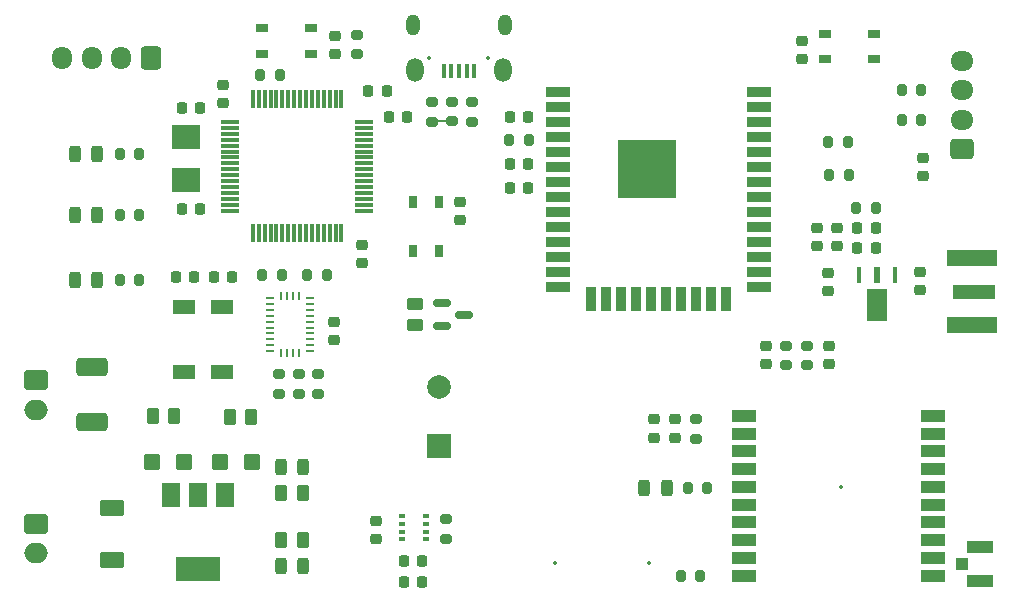
<source format=gtl>
%TF.GenerationSoftware,KiCad,Pcbnew,7.0.7*%
%TF.CreationDate,2024-05-31T17:05:06+03:00*%
%TF.ProjectId,hecatlon_raid_eye,68656361-746c-46f6-9e5f-726169645f65,rev?*%
%TF.SameCoordinates,Original*%
%TF.FileFunction,Copper,L1,Top*%
%TF.FilePolarity,Positive*%
%FSLAX46Y46*%
G04 Gerber Fmt 4.6, Leading zero omitted, Abs format (unit mm)*
G04 Created by KiCad (PCBNEW 7.0.7) date 2024-05-31 17:05:06*
%MOMM*%
%LPD*%
G01*
G04 APERTURE LIST*
G04 Aperture macros list*
%AMRoundRect*
0 Rectangle with rounded corners*
0 $1 Rounding radius*
0 $2 $3 $4 $5 $6 $7 $8 $9 X,Y pos of 4 corners*
0 Add a 4 corners polygon primitive as box body*
4,1,4,$2,$3,$4,$5,$6,$7,$8,$9,$2,$3,0*
0 Add four circle primitives for the rounded corners*
1,1,$1+$1,$2,$3*
1,1,$1+$1,$4,$5*
1,1,$1+$1,$6,$7*
1,1,$1+$1,$8,$9*
0 Add four rect primitives between the rounded corners*
20,1,$1+$1,$2,$3,$4,$5,0*
20,1,$1+$1,$4,$5,$6,$7,0*
20,1,$1+$1,$6,$7,$8,$9,0*
20,1,$1+$1,$8,$9,$2,$3,0*%
G04 Aperture macros list end*
%TA.AperFunction,SMDPad,CuDef*%
%ADD10RoundRect,0.225000X0.250000X-0.225000X0.250000X0.225000X-0.250000X0.225000X-0.250000X-0.225000X0*%
%TD*%
%TA.AperFunction,SMDPad,CuDef*%
%ADD11RoundRect,0.200000X-0.200000X-0.275000X0.200000X-0.275000X0.200000X0.275000X-0.200000X0.275000X0*%
%TD*%
%TA.AperFunction,SMDPad,CuDef*%
%ADD12R,2.400000X2.000000*%
%TD*%
%TA.AperFunction,SMDPad,CuDef*%
%ADD13RoundRect,0.225000X-0.225000X-0.250000X0.225000X-0.250000X0.225000X0.250000X-0.225000X0.250000X0*%
%TD*%
%TA.AperFunction,SMDPad,CuDef*%
%ADD14RoundRect,0.225000X0.225000X0.250000X-0.225000X0.250000X-0.225000X-0.250000X0.225000X-0.250000X0*%
%TD*%
%TA.AperFunction,SMDPad,CuDef*%
%ADD15RoundRect,0.225000X-0.250000X0.225000X-0.250000X-0.225000X0.250000X-0.225000X0.250000X0.225000X0*%
%TD*%
%TA.AperFunction,SMDPad,CuDef*%
%ADD16RoundRect,0.200000X0.200000X0.275000X-0.200000X0.275000X-0.200000X-0.275000X0.200000X-0.275000X0*%
%TD*%
%TA.AperFunction,SMDPad,CuDef*%
%ADD17RoundRect,0.243750X-0.243750X-0.456250X0.243750X-0.456250X0.243750X0.456250X-0.243750X0.456250X0*%
%TD*%
%TA.AperFunction,SMDPad,CuDef*%
%ADD18RoundRect,0.200000X0.275000X-0.200000X0.275000X0.200000X-0.275000X0.200000X-0.275000X-0.200000X0*%
%TD*%
%TA.AperFunction,SMDPad,CuDef*%
%ADD19RoundRect,0.075000X-0.700000X-0.075000X0.700000X-0.075000X0.700000X0.075000X-0.700000X0.075000X0*%
%TD*%
%TA.AperFunction,SMDPad,CuDef*%
%ADD20RoundRect,0.075000X-0.075000X-0.700000X0.075000X-0.700000X0.075000X0.700000X-0.075000X0.700000X0*%
%TD*%
%TA.AperFunction,SMDPad,CuDef*%
%ADD21R,0.420000X1.400000*%
%TD*%
%TA.AperFunction,SMDPad,CuDef*%
%ADD22R,0.500000X1.400000*%
%TD*%
%TA.AperFunction,SMDPad,CuDef*%
%ADD23R,1.730000X2.700000*%
%TD*%
%TA.AperFunction,SMDPad,CuDef*%
%ADD24R,1.900000X1.300000*%
%TD*%
%TA.AperFunction,SMDPad,CuDef*%
%ADD25R,1.500000X2.000000*%
%TD*%
%TA.AperFunction,SMDPad,CuDef*%
%ADD26R,3.800000X2.000000*%
%TD*%
%TA.AperFunction,SMDPad,CuDef*%
%ADD27R,1.050000X0.650000*%
%TD*%
%TA.AperFunction,SMDPad,CuDef*%
%ADD28RoundRect,0.200000X-0.275000X0.200000X-0.275000X-0.200000X0.275000X-0.200000X0.275000X0.200000X0*%
%TD*%
%TA.AperFunction,SMDPad,CuDef*%
%ADD29R,3.600000X1.270000*%
%TD*%
%TA.AperFunction,SMDPad,CuDef*%
%ADD30R,4.200000X1.350000*%
%TD*%
%TA.AperFunction,SMDPad,CuDef*%
%ADD31RoundRect,0.218750X0.256250X-0.218750X0.256250X0.218750X-0.256250X0.218750X-0.256250X-0.218750X0*%
%TD*%
%TA.AperFunction,SMDPad,CuDef*%
%ADD32RoundRect,0.250000X-0.262500X-0.450000X0.262500X-0.450000X0.262500X0.450000X-0.262500X0.450000X0*%
%TD*%
%TA.AperFunction,SMDPad,CuDef*%
%ADD33R,0.675000X0.254000*%
%TD*%
%TA.AperFunction,SMDPad,CuDef*%
%ADD34R,0.254000X0.675000*%
%TD*%
%TA.AperFunction,SMDPad,CuDef*%
%ADD35RoundRect,0.250000X-0.450000X-0.425000X0.450000X-0.425000X0.450000X0.425000X-0.450000X0.425000X0*%
%TD*%
%TA.AperFunction,SMDPad,CuDef*%
%ADD36R,0.650000X1.050000*%
%TD*%
%TA.AperFunction,SMDPad,CuDef*%
%ADD37RoundRect,0.150000X-0.587500X-0.150000X0.587500X-0.150000X0.587500X0.150000X-0.587500X0.150000X0*%
%TD*%
%TA.AperFunction,SMDPad,CuDef*%
%ADD38R,2.000000X0.900000*%
%TD*%
%TA.AperFunction,SMDPad,CuDef*%
%ADD39R,0.900000X2.000000*%
%TD*%
%TA.AperFunction,SMDPad,CuDef*%
%ADD40R,5.000000X5.000000*%
%TD*%
%TA.AperFunction,SMDPad,CuDef*%
%ADD41R,2.000000X1.000000*%
%TD*%
%TA.AperFunction,ComponentPad*%
%ADD42RoundRect,0.250000X-0.750000X0.600000X-0.750000X-0.600000X0.750000X-0.600000X0.750000X0.600000X0*%
%TD*%
%TA.AperFunction,ComponentPad*%
%ADD43O,2.000000X1.700000*%
%TD*%
%TA.AperFunction,SMDPad,CuDef*%
%ADD44RoundRect,0.250000X0.450000X-0.262500X0.450000X0.262500X-0.450000X0.262500X-0.450000X-0.262500X0*%
%TD*%
%TA.AperFunction,SMDPad,CuDef*%
%ADD45R,0.450000X1.300000*%
%TD*%
%TA.AperFunction,ComponentPad*%
%ADD46O,1.150000X1.800000*%
%TD*%
%TA.AperFunction,ComponentPad*%
%ADD47O,1.450000X2.000000*%
%TD*%
%TA.AperFunction,SMDPad,CuDef*%
%ADD48RoundRect,0.249999X-1.075001X0.512501X-1.075001X-0.512501X1.075001X-0.512501X1.075001X0.512501X0*%
%TD*%
%TA.AperFunction,SMDPad,CuDef*%
%ADD49RoundRect,0.218750X-0.218750X-0.256250X0.218750X-0.256250X0.218750X0.256250X-0.218750X0.256250X0*%
%TD*%
%TA.AperFunction,SMDPad,CuDef*%
%ADD50R,1.050000X1.000000*%
%TD*%
%TA.AperFunction,SMDPad,CuDef*%
%ADD51R,2.200000X1.050000*%
%TD*%
%TA.AperFunction,ComponentPad*%
%ADD52R,2.000000X2.000000*%
%TD*%
%TA.AperFunction,ComponentPad*%
%ADD53C,2.000000*%
%TD*%
%TA.AperFunction,SMDPad,CuDef*%
%ADD54RoundRect,0.218750X0.218750X0.256250X-0.218750X0.256250X-0.218750X-0.256250X0.218750X-0.256250X0*%
%TD*%
%TA.AperFunction,ComponentPad*%
%ADD55RoundRect,0.250000X0.725000X-0.600000X0.725000X0.600000X-0.725000X0.600000X-0.725000X-0.600000X0*%
%TD*%
%TA.AperFunction,ComponentPad*%
%ADD56O,1.950000X1.700000*%
%TD*%
%TA.AperFunction,SMDPad,CuDef*%
%ADD57R,0.500000X0.350000*%
%TD*%
%TA.AperFunction,ComponentPad*%
%ADD58RoundRect,0.250000X0.600000X0.725000X-0.600000X0.725000X-0.600000X-0.725000X0.600000X-0.725000X0*%
%TD*%
%TA.AperFunction,ComponentPad*%
%ADD59O,1.700000X1.950000*%
%TD*%
%TA.AperFunction,SMDPad,CuDef*%
%ADD60RoundRect,0.250000X-0.800000X0.450000X-0.800000X-0.450000X0.800000X-0.450000X0.800000X0.450000X0*%
%TD*%
%TA.AperFunction,Conductor*%
%ADD61C,0.200000*%
%TD*%
%ADD62C,0.350000*%
%ADD63O,0.550000X1.200000*%
%ADD64O,0.850000X1.400000*%
G04 APERTURE END LIST*
D10*
%TO.P,C15,1*%
%TO.N,+3.3V*%
X199600000Y-52075000D03*
%TO.P,C15,2*%
%TO.N,GND*%
X199600000Y-50525000D03*
%TD*%
D11*
%TO.P,R6,1*%
%TO.N,GND*%
X202775000Y-49700000D03*
%TO.P,R6,2*%
%TO.N,BOOT0*%
X204425000Y-49700000D03*
%TD*%
D12*
%TO.P,Y1,1,1*%
%TO.N,OSC_IN*%
X196500000Y-54900000D03*
%TO.P,Y1,2,2*%
%TO.N,OSC_OUT*%
X196500000Y-58600000D03*
%TD*%
D11*
%TO.P,FB1,1*%
%TO.N,+3.3V*%
X223875000Y-55200000D03*
%TO.P,FB1,2*%
%TO.N,Net-(MOD1-3V3)*%
X225525000Y-55200000D03*
%TD*%
D13*
%TO.P,C11,1*%
%TO.N,+3.3V*%
X223925000Y-57200000D03*
%TO.P,C11,2*%
%TO.N,GND*%
X225475000Y-57200000D03*
%TD*%
D14*
%TO.P,C19,1*%
%TO.N,Net-(U4-XOUT32)*%
X200400000Y-66750000D03*
%TO.P,C19,2*%
%TO.N,GND*%
X198850000Y-66750000D03*
%TD*%
D11*
%TO.P,R37,1*%
%TO.N,Net-(FB3-Pad2)*%
X253250000Y-60900000D03*
%TO.P,R37,2*%
%TO.N,Net-(L2-Pad2)*%
X254900000Y-60900000D03*
%TD*%
D15*
%TO.P,C30,1*%
%TO.N,GND*%
X249900000Y-62625000D03*
%TO.P,C30,2*%
%TO.N,+3.3V*%
X249900000Y-64175000D03*
%TD*%
D16*
%TO.P,R36,1*%
%TO.N,GPS_TX*%
X240025000Y-92100000D03*
%TO.P,R36,2*%
%TO.N,+3.3V*%
X238375000Y-92100000D03*
%TD*%
%TO.P,R14,1*%
%TO.N,+3.3V*%
X252600000Y-58100000D03*
%TO.P,R14,2*%
%TO.N,I2C1_SDA*%
X250950000Y-58100000D03*
%TD*%
D17*
%TO.P,D6,1,K*%
%TO.N,GND*%
X204552500Y-82900000D03*
%TO.P,D6,2,A*%
%TO.N,Net-(D6-A)*%
X206427500Y-82900000D03*
%TD*%
D18*
%TO.P,R25,1*%
%TO.N,GND*%
X207637500Y-76675000D03*
%TO.P,R25,2*%
%TO.N,Net-(U4-PS0)*%
X207637500Y-75025000D03*
%TD*%
D17*
%TO.P,D4,1,K*%
%TO.N,GND*%
X187062500Y-67025000D03*
%TO.P,D4,2,A*%
%TO.N,Net-(D4-A)*%
X188937500Y-67025000D03*
%TD*%
D11*
%TO.P,R5,1*%
%TO.N,Net-(MOD1-RXD0)*%
X257075000Y-50950000D03*
%TO.P,R5,2*%
%TO.N,/UART_TXD0*%
X258725000Y-50950000D03*
%TD*%
D19*
%TO.P,U7,1,VBAT*%
%TO.N,+3.3V*%
X200225000Y-53650000D03*
%TO.P,U7,2,PC13*%
%TO.N,unconnected-(U7-PC13-Pad2)*%
X200225000Y-54150000D03*
%TO.P,U7,3,PC14*%
%TO.N,unconnected-(U7-PC14-Pad3)*%
X200225000Y-54650000D03*
%TO.P,U7,4,PC15*%
%TO.N,unconnected-(U7-PC15-Pad4)*%
X200225000Y-55150000D03*
%TO.P,U7,5,PH0*%
%TO.N,OSC_IN*%
X200225000Y-55650000D03*
%TO.P,U7,6,PH1*%
%TO.N,OSC_OUT*%
X200225000Y-56150000D03*
%TO.P,U7,7,NRST*%
%TO.N,NRST*%
X200225000Y-56650000D03*
%TO.P,U7,8,PC0*%
%TO.N,unconnected-(U7-PC0-Pad8)*%
X200225000Y-57150000D03*
%TO.P,U7,9,PC1*%
%TO.N,unconnected-(U7-PC1-Pad9)*%
X200225000Y-57650000D03*
%TO.P,U7,10,PC2*%
%TO.N,unconnected-(U7-PC2-Pad10)*%
X200225000Y-58150000D03*
%TO.P,U7,11,PC3*%
%TO.N,unconnected-(U7-PC3-Pad11)*%
X200225000Y-58650000D03*
%TO.P,U7,12,VSSA*%
%TO.N,GND*%
X200225000Y-59150000D03*
%TO.P,U7,13,VDDA*%
%TO.N,+3.3V*%
X200225000Y-59650000D03*
%TO.P,U7,14,PA0*%
%TO.N,LED1*%
X200225000Y-60150000D03*
%TO.P,U7,15,PA1*%
%TO.N,LED2*%
X200225000Y-60650000D03*
%TO.P,U7,16,PA2*%
%TO.N,LED3*%
X200225000Y-61150000D03*
D20*
%TO.P,U7,17,PA3*%
%TO.N,unconnected-(U7-PA3-Pad17)*%
X202150000Y-63075000D03*
%TO.P,U7,18,VSS*%
%TO.N,GND*%
X202650000Y-63075000D03*
%TO.P,U7,19,VDD*%
%TO.N,+3.3V*%
X203150000Y-63075000D03*
%TO.P,U7,20,PA4*%
%TO.N,unconnected-(U7-PA4-Pad20)*%
X203650000Y-63075000D03*
%TO.P,U7,21,PA5*%
%TO.N,unconnected-(U7-PA5-Pad21)*%
X204150000Y-63075000D03*
%TO.P,U7,22,PA6*%
%TO.N,unconnected-(U7-PA6-Pad22)*%
X204650000Y-63075000D03*
%TO.P,U7,23,PA7*%
%TO.N,unconnected-(U7-PA7-Pad23)*%
X205150000Y-63075000D03*
%TO.P,U7,24,PC4*%
%TO.N,unconnected-(U7-PC4-Pad24)*%
X205650000Y-63075000D03*
%TO.P,U7,25,PC5*%
%TO.N,unconnected-(U7-PC5-Pad25)*%
X206150000Y-63075000D03*
%TO.P,U7,26,PB0*%
%TO.N,unconnected-(U7-PB0-Pad26)*%
X206650000Y-63075000D03*
%TO.P,U7,27,PB1*%
%TO.N,unconnected-(U7-PB1-Pad27)*%
X207150000Y-63075000D03*
%TO.P,U7,28,PB2*%
%TO.N,unconnected-(U7-PB2-Pad28)*%
X207650000Y-63075000D03*
%TO.P,U7,29,PB10*%
%TO.N,I2C2_SCL*%
X208150000Y-63075000D03*
%TO.P,U7,30,VCAP_1*%
%TO.N,unconnected-(U7-VCAP_1-Pad30)*%
X208650000Y-63075000D03*
%TO.P,U7,31,VSS*%
%TO.N,GND*%
X209150000Y-63075000D03*
%TO.P,U7,32,VDD*%
%TO.N,+3.3V*%
X209650000Y-63075000D03*
D19*
%TO.P,U7,33,PB12*%
%TO.N,unconnected-(U7-PB12-Pad33)*%
X211575000Y-61150000D03*
%TO.P,U7,34,PB13*%
%TO.N,unconnected-(U7-PB13-Pad34)*%
X211575000Y-60650000D03*
%TO.P,U7,35,PB14*%
%TO.N,unconnected-(U7-PB14-Pad35)*%
X211575000Y-60150000D03*
%TO.P,U7,36,PB15*%
%TO.N,unconnected-(U7-PB15-Pad36)*%
X211575000Y-59650000D03*
%TO.P,U7,37,PC6*%
%TO.N,unconnected-(U7-PC6-Pad37)*%
X211575000Y-59150000D03*
%TO.P,U7,38,PC7*%
%TO.N,unconnected-(U7-PC7-Pad38)*%
X211575000Y-58650000D03*
%TO.P,U7,39,PC8*%
%TO.N,unconnected-(U7-PC8-Pad39)*%
X211575000Y-58150000D03*
%TO.P,U7,40,PC9*%
%TO.N,unconnected-(U7-PC9-Pad40)*%
X211575000Y-57650000D03*
%TO.P,U7,41,PA8*%
%TO.N,GPS_PPS*%
X211575000Y-57150000D03*
%TO.P,U7,42,PA9*%
%TO.N,GPS_TX*%
X211575000Y-56650000D03*
%TO.P,U7,43,PA10*%
%TO.N,GPS_RX*%
X211575000Y-56150000D03*
%TO.P,U7,44,PA11*%
%TO.N,USB-*%
X211575000Y-55650000D03*
%TO.P,U7,45,PA12*%
%TO.N,USB+*%
X211575000Y-55150000D03*
%TO.P,U7,46,PA13*%
%TO.N,SW_DIO*%
X211575000Y-54650000D03*
%TO.P,U7,47,VSS*%
%TO.N,GND*%
X211575000Y-54150000D03*
%TO.P,U7,48,VDD*%
%TO.N,+3.3V*%
X211575000Y-53650000D03*
D20*
%TO.P,U7,49,PA14*%
%TO.N,SW_CLK*%
X209650000Y-51725000D03*
%TO.P,U7,50,PA15*%
%TO.N,unconnected-(U7-PA15-Pad50)*%
X209150000Y-51725000D03*
%TO.P,U7,51,PC10*%
%TO.N,unconnected-(U7-PC10-Pad51)*%
X208650000Y-51725000D03*
%TO.P,U7,52,PC11*%
%TO.N,unconnected-(U7-PC11-Pad52)*%
X208150000Y-51725000D03*
%TO.P,U7,53,PC12*%
%TO.N,I2C2_SDA*%
X207650000Y-51725000D03*
%TO.P,U7,54,PD2*%
%TO.N,unconnected-(U7-PD2-Pad54)*%
X207150000Y-51725000D03*
%TO.P,U7,55,PB3*%
%TO.N,unconnected-(U7-PB3-Pad55)*%
X206650000Y-51725000D03*
%TO.P,U7,56,PB4*%
%TO.N,BNO_RST*%
X206150000Y-51725000D03*
%TO.P,U7,57,PB5*%
%TO.N,BNO_INT*%
X205650000Y-51725000D03*
%TO.P,U7,58,PB6*%
%TO.N,I2C1_SCL*%
X205150000Y-51725000D03*
%TO.P,U7,59,PB7*%
%TO.N,I2C1_SDA*%
X204650000Y-51725000D03*
%TO.P,U7,60,BOOT0*%
%TO.N,BOOT0*%
X204150000Y-51725000D03*
%TO.P,U7,61,PB8*%
%TO.N,unconnected-(U7-PB8-Pad61)*%
X203650000Y-51725000D03*
%TO.P,U7,62,PB9*%
%TO.N,unconnected-(U7-PB9-Pad62)*%
X203150000Y-51725000D03*
%TO.P,U7,63,VSS*%
%TO.N,GND*%
X202650000Y-51725000D03*
%TO.P,U7,64,VDD*%
%TO.N,+3.3V*%
X202150000Y-51725000D03*
%TD*%
D13*
%TO.P,C12,1*%
%TO.N,+3.3V*%
X211925000Y-51000000D03*
%TO.P,C12,2*%
%TO.N,GND*%
X213475000Y-51000000D03*
%TD*%
D21*
%TO.P,U6,1,IN*%
%TO.N,Net-(U6-IN)*%
X256500000Y-66625000D03*
D22*
%TO.P,U6,2,GND*%
%TO.N,GND*%
X255000000Y-66625000D03*
D21*
%TO.P,U6,3,OUT*%
%TO.N,Net-(U6-OUT)*%
X253500000Y-66625000D03*
D23*
%TO.P,U6,4,GND*%
%TO.N,GND*%
X255000000Y-69125000D03*
%TD*%
D24*
%TO.P,Y2,1,1*%
%TO.N,Net-(U4-XIN32)*%
X196300000Y-69300000D03*
%TO.P,Y2,2,2*%
%TO.N,GND*%
X196300000Y-74800000D03*
%TO.P,Y2,3,3*%
X199500000Y-74800000D03*
%TO.P,Y2,4,4*%
%TO.N,Net-(U4-XOUT32)*%
X199500000Y-69300000D03*
%TD*%
D25*
%TO.P,U2,1,GND*%
%TO.N,GND*%
X199800000Y-85200000D03*
%TO.P,U2,2,VO*%
%TO.N,+3.3V*%
X197500000Y-85200000D03*
D26*
X197500000Y-91500000D03*
D25*
%TO.P,U2,3,VI*%
%TO.N,VDD*%
X195200000Y-85200000D03*
%TD*%
D10*
%TO.P,C1,1*%
%TO.N,/IO_0*%
X248675000Y-48350000D03*
%TO.P,C1,2*%
%TO.N,GND*%
X248675000Y-46800000D03*
%TD*%
D27*
%TO.P,SW2,1,1*%
%TO.N,GND*%
X202925000Y-45700000D03*
X207075000Y-45700000D03*
%TO.P,SW2,2,2*%
%TO.N,/EN*%
X202925000Y-47850000D03*
X207050000Y-47850000D03*
%TD*%
D14*
%TO.P,C9,1*%
%TO.N,Net-(MOD1-3V3)*%
X225475000Y-53200000D03*
%TO.P,C9,2*%
%TO.N,GND*%
X223925000Y-53200000D03*
%TD*%
D28*
%TO.P,R18,1*%
%TO.N,Net-(J5-D-)*%
X220700000Y-51975000D03*
%TO.P,R18,2*%
%TO.N,USB-*%
X220700000Y-53625000D03*
%TD*%
D29*
%TO.P,AE2,1,A*%
%TO.N,Net-(AE2-A)*%
X263237500Y-68000000D03*
D30*
%TO.P,AE2,2,Shield*%
%TO.N,GND*%
X263037500Y-70825000D03*
X263037500Y-65175000D03*
%TD*%
D28*
%TO.P,R15,1*%
%TO.N,+3.3V*%
X217300000Y-51975000D03*
%TO.P,R15,2*%
%TO.N,USB+*%
X217300000Y-53625000D03*
%TD*%
D31*
%TO.P,FB3,1*%
%TO.N,+3.3V*%
X251600000Y-64187500D03*
%TO.P,FB3,2*%
%TO.N,Net-(FB3-Pad2)*%
X251600000Y-62612500D03*
%TD*%
D18*
%TO.P,R27,1*%
%TO.N,GND*%
X204337500Y-76675000D03*
%TO.P,R27,2*%
%TO.N,Net-(U4-PS1)*%
X204337500Y-75025000D03*
%TD*%
D32*
%TO.P,R29,1*%
%TO.N,+3.3V*%
X204537500Y-85100000D03*
%TO.P,R29,2*%
%TO.N,Net-(D6-A)*%
X206362500Y-85100000D03*
%TD*%
D33*
%TO.P,U4,1,PIN1*%
%TO.N,unconnected-(U4-PIN1-Pad1)*%
X203637500Y-73050000D03*
D34*
%TO.P,U4,2,GND*%
%TO.N,GND*%
X204550000Y-73187500D03*
%TO.P,U4,3,VDD*%
%TO.N,+3.3V*%
X205050000Y-73187500D03*
%TO.P,U4,4,~{BOOT_LOAD_PIN}*%
X205550000Y-73187500D03*
%TO.P,U4,5,PS1*%
%TO.N,Net-(U4-PS1)*%
X206050000Y-73187500D03*
D33*
%TO.P,U4,6,PS0*%
%TO.N,Net-(U4-PS0)*%
X206962500Y-73050000D03*
%TO.P,U4,7,PIN7*%
%TO.N,unconnected-(U4-PIN7-Pad7)*%
X206962500Y-72550000D03*
%TO.P,U4,8,PIN8*%
%TO.N,unconnected-(U4-PIN8-Pad8)*%
X206962500Y-72050000D03*
%TO.P,U4,9,CAP*%
%TO.N,Net-(U4-CAP)*%
X206962500Y-71550000D03*
%TO.P,U4,10,BL_IND*%
%TO.N,GND*%
X206962500Y-71050000D03*
%TO.P,U4,11,~{RESET}*%
%TO.N,BNO_RST*%
X206962500Y-70550000D03*
%TO.P,U4,12,PIN12*%
%TO.N,unconnected-(U4-PIN12-Pad12)*%
X206962500Y-70050000D03*
%TO.P,U4,13,PIN13*%
%TO.N,unconnected-(U4-PIN13-Pad13)*%
X206962500Y-69550000D03*
%TO.P,U4,14,INT*%
%TO.N,BNO_INT*%
X206962500Y-69050000D03*
%TO.P,U4,15,GNDIO*%
%TO.N,GND*%
X206962500Y-68550000D03*
D34*
%TO.P,U4,16,GNDIO*%
X206050000Y-68412500D03*
%TO.P,U4,17,COM3*%
%TO.N,Net-(U4-COM3)*%
X205550000Y-68412500D03*
%TO.P,U4,18,COM2*%
%TO.N,GND*%
X205050000Y-68412500D03*
%TO.P,U4,19,COM1*%
%TO.N,I2C2_SCL*%
X204550000Y-68412500D03*
D33*
%TO.P,U4,20,COM0*%
%TO.N,I2C2_SDA*%
X203637500Y-68550000D03*
%TO.P,U4,21,PIN21*%
%TO.N,unconnected-(U4-PIN21-Pad21)*%
X203637500Y-69050000D03*
%TO.P,U4,22,PIN22*%
%TO.N,unconnected-(U4-PIN22-Pad22)*%
X203637500Y-69550000D03*
%TO.P,U4,23,PIN23*%
%TO.N,unconnected-(U4-PIN23-Pad23)*%
X203637500Y-70050000D03*
%TO.P,U4,24,PIN24*%
%TO.N,unconnected-(U4-PIN24-Pad24)*%
X203637500Y-70550000D03*
%TO.P,U4,25,GNDIO*%
%TO.N,GND*%
X203637500Y-71050000D03*
%TO.P,U4,26,XOUT32*%
%TO.N,Net-(U4-XOUT32)*%
X203637500Y-71550000D03*
%TO.P,U4,27,XIN32*%
%TO.N,Net-(U4-XIN32)*%
X203637500Y-72050000D03*
%TO.P,U4,28,VDDIO*%
%TO.N,+3.3V*%
X203637500Y-72550000D03*
%TD*%
D35*
%TO.P,C20,1*%
%TO.N,VDD*%
X193650000Y-82400000D03*
%TO.P,C20,2*%
%TO.N,GND*%
X196350000Y-82400000D03*
%TD*%
D32*
%TO.P,R24,1*%
%TO.N,BAT_LEVEL*%
X200187500Y-78650000D03*
%TO.P,R24,2*%
%TO.N,GND*%
X202012500Y-78650000D03*
%TD*%
D36*
%TO.P,B1,1,2*%
%TO.N,NRST*%
X217875000Y-60425000D03*
X217875000Y-64575000D03*
%TO.P,B1,2,K*%
%TO.N,GND*%
X215725000Y-60425000D03*
X215725000Y-64550000D03*
%TD*%
D37*
%TO.P,Q1,1,B*%
%TO.N,Net-(Q1-B)*%
X218175000Y-69000000D03*
%TO.P,Q1,2,E*%
%TO.N,GND*%
X218175000Y-70900000D03*
%TO.P,Q1,3,C*%
%TO.N,Net-(BZ1-+)*%
X220050000Y-69950000D03*
%TD*%
D17*
%TO.P,D3,1,K*%
%TO.N,GND*%
X187062500Y-61485000D03*
%TO.P,D3,2,A*%
%TO.N,Net-(D3-A)*%
X188937500Y-61485000D03*
%TD*%
D38*
%TO.P,MOD1,1,GND*%
%TO.N,GND*%
X228015000Y-51130000D03*
%TO.P,MOD1,2,3V3*%
%TO.N,Net-(MOD1-3V3)*%
X228015000Y-52400000D03*
%TO.P,MOD1,3,EN*%
%TO.N,/EN*%
X228015000Y-53670000D03*
%TO.P,MOD1,4,SENSOR_VP*%
%TO.N,unconnected-(MOD1-SENSOR_VP-Pad4)*%
X228015000Y-54940000D03*
%TO.P,MOD1,5,SENSOR_VN*%
%TO.N,unconnected-(MOD1-SENSOR_VN-Pad5)*%
X228015000Y-56210000D03*
%TO.P,MOD1,6,IO34*%
%TO.N,unconnected-(MOD1-IO34-Pad6)*%
X228015000Y-57480000D03*
%TO.P,MOD1,7,IO35*%
%TO.N,BUZZER*%
X228015000Y-58750000D03*
%TO.P,MOD1,8,IO32*%
%TO.N,unconnected-(MOD1-IO32-Pad8)*%
X228015000Y-60020000D03*
%TO.P,MOD1,9,IO33*%
%TO.N,unconnected-(MOD1-IO33-Pad9)*%
X228015000Y-61290000D03*
%TO.P,MOD1,10,IO25*%
%TO.N,unconnected-(MOD1-IO25-Pad10)*%
X228015000Y-62560000D03*
%TO.P,MOD1,11,IO26*%
%TO.N,unconnected-(MOD1-IO26-Pad11)*%
X228015000Y-63830000D03*
%TO.P,MOD1,12,IO27*%
%TO.N,unconnected-(MOD1-IO27-Pad12)*%
X228015000Y-65100000D03*
%TO.P,MOD1,13,IO14*%
%TO.N,unconnected-(MOD1-IO14-Pad13)*%
X228015000Y-66370000D03*
%TO.P,MOD1,14,IO12*%
%TO.N,BAT_LEVEL*%
X228015000Y-67640000D03*
D39*
%TO.P,MOD1,15,GND*%
%TO.N,GND*%
X230800000Y-68640000D03*
%TO.P,MOD1,16,IO13*%
%TO.N,unconnected-(MOD1-IO13-Pad16)*%
X232070000Y-68640000D03*
%TO.P,MOD1,17,SHD/SD2*%
%TO.N,unconnected-(MOD1-SHD{slash}SD2-Pad17)*%
X233340000Y-68640000D03*
%TO.P,MOD1,18,SWP/SD3*%
%TO.N,unconnected-(MOD1-SWP{slash}SD3-Pad18)*%
X234610000Y-68640000D03*
%TO.P,MOD1,19,SCS/CMD*%
%TO.N,unconnected-(MOD1-SCS{slash}CMD-Pad19)*%
X235880000Y-68640000D03*
%TO.P,MOD1,20,SCK/CLK*%
%TO.N,unconnected-(MOD1-SCK{slash}CLK-Pad20)*%
X237150000Y-68640000D03*
%TO.P,MOD1,21,SDO/SD0*%
%TO.N,unconnected-(MOD1-SDO{slash}SD0-Pad21)*%
X238420000Y-68640000D03*
%TO.P,MOD1,22,SDI/SD1*%
%TO.N,unconnected-(MOD1-SDI{slash}SD1-Pad22)*%
X239690000Y-68640000D03*
%TO.P,MOD1,23,IO15*%
%TO.N,unconnected-(MOD1-IO15-Pad23)*%
X240960000Y-68640000D03*
%TO.P,MOD1,24,IO2*%
%TO.N,SGN_FILTER*%
X242230000Y-68640000D03*
D38*
%TO.P,MOD1,25,IO0*%
%TO.N,/IO_0*%
X245015000Y-67640000D03*
%TO.P,MOD1,26,IO4*%
%TO.N,unconnected-(MOD1-IO4-Pad26)*%
X245015000Y-66370000D03*
%TO.P,MOD1,27,IO16*%
%TO.N,unconnected-(MOD1-IO16-Pad27)*%
X245015000Y-65100000D03*
%TO.P,MOD1,28,IO17*%
%TO.N,unconnected-(MOD1-IO17-Pad28)*%
X245015000Y-63830000D03*
%TO.P,MOD1,29,IO5*%
%TO.N,CS*%
X245015000Y-62560000D03*
%TO.P,MOD1,30,IO18*%
%TO.N,SCK*%
X245015000Y-61290000D03*
%TO.P,MOD1,31,IO19*%
%TO.N,MISO*%
X245015000Y-60020000D03*
%TO.P,MOD1,32,NC*%
%TO.N,unconnected-(MOD1-NC-Pad32)*%
X245015000Y-58750000D03*
%TO.P,MOD1,33,IO21*%
%TO.N,I2C1_SDA*%
X245015000Y-57480000D03*
%TO.P,MOD1,34,RXD0*%
%TO.N,Net-(MOD1-RXD0)*%
X245015000Y-56210000D03*
%TO.P,MOD1,35,TXD0*%
%TO.N,Net-(MOD1-TXD0)*%
X245015000Y-54940000D03*
%TO.P,MOD1,36,IO22*%
%TO.N,I2C1_SCL*%
X245015000Y-53670000D03*
%TO.P,MOD1,37,IO23*%
%TO.N,MOSI*%
X245015000Y-52400000D03*
%TO.P,MOD1,38,GND*%
%TO.N,GND*%
X245015000Y-51130000D03*
D40*
%TO.P,MOD1,39,GND*%
X235515000Y-57630000D03*
%TD*%
D15*
%TO.P,C32,1*%
%TO.N,Net-(U6-OUT)*%
X250875000Y-66425000D03*
%TO.P,C32,2*%
%TO.N,SGN_OUT*%
X250875000Y-67975000D03*
%TD*%
D18*
%TO.P,FB2,1*%
%TO.N,Net-(IC1-VCC)*%
X239700000Y-80450000D03*
%TO.P,FB2,2*%
%TO.N,+3.3V*%
X239700000Y-78800000D03*
%TD*%
D17*
%TO.P,D8,1,K*%
%TO.N,GND*%
X235300000Y-84600000D03*
%TO.P,D8,2,A*%
%TO.N,Net-(D8-A)*%
X237175000Y-84600000D03*
%TD*%
D41*
%TO.P,IC1,1,VCC*%
%TO.N,Net-(IC1-VCC)*%
X243694000Y-78546000D03*
%TO.P,IC1,2,NRESET*%
%TO.N,unconnected-(IC1-NRESET-Pad2)*%
X243694000Y-80046000D03*
%TO.P,IC1,3,GND_1*%
%TO.N,GND*%
X243694000Y-81546000D03*
%TO.P,IC1,4,VBACKUP*%
%TO.N,GPS_VBACKUP*%
X243694000Y-83046000D03*
%TO.P,IC1,5,3D-FIX*%
%TO.N,/GPS_FIX*%
X243694000Y-84546000D03*
%TO.P,IC1,6,NC_1*%
%TO.N,unconnected-(IC1-NC_1-Pad6)*%
X243694000Y-86046000D03*
%TO.P,IC1,7,NC_2*%
%TO.N,unconnected-(IC1-NC_2-Pad7)*%
X243694000Y-87546000D03*
%TO.P,IC1,8,GND_2*%
%TO.N,GND*%
X243694000Y-89046000D03*
%TO.P,IC1,9,TX*%
%TO.N,GPS_RX*%
X243694000Y-90546000D03*
%TO.P,IC1,10,RX*%
%TO.N,GPS_TX*%
X243694000Y-92046000D03*
%TO.P,IC1,11,EX_ANT*%
%TO.N,Net-(AE1-A)*%
X259694000Y-92046000D03*
%TO.P,IC1,12,GND_3*%
%TO.N,GND*%
X259694000Y-90546000D03*
%TO.P,IC1,13,1PPS*%
%TO.N,GPS_PPS*%
X259694000Y-89046000D03*
%TO.P,IC1,14,RTCM*%
%TO.N,unconnected-(IC1-RTCM-Pad14)*%
X259694000Y-87546000D03*
%TO.P,IC1,15,NC_3*%
%TO.N,unconnected-(IC1-NC_3-Pad15)*%
X259694000Y-86046000D03*
%TO.P,IC1,16,NC_4*%
%TO.N,unconnected-(IC1-NC_4-Pad16)*%
X259694000Y-84546000D03*
%TO.P,IC1,17,NC_5*%
%TO.N,unconnected-(IC1-NC_5-Pad17)*%
X259694000Y-83046000D03*
%TO.P,IC1,18,NC_6*%
%TO.N,unconnected-(IC1-NC_6-Pad18)*%
X259694000Y-81546000D03*
%TO.P,IC1,19,GND_4*%
%TO.N,GND*%
X259694000Y-80046000D03*
%TO.P,IC1,20,NC_7*%
%TO.N,unconnected-(IC1-NC_7-Pad20)*%
X259694000Y-78546000D03*
%TD*%
D42*
%TO.P,J6,1,Pin_1*%
%TO.N,Net-(D5-A)*%
X183800000Y-87650000D03*
D43*
%TO.P,J6,2,Pin_2*%
%TO.N,GND*%
X183800000Y-90150000D03*
%TD*%
D14*
%TO.P,C14,1*%
%TO.N,+3.3V*%
X215200000Y-53200000D03*
%TO.P,C14,2*%
%TO.N,GND*%
X213650000Y-53200000D03*
%TD*%
D10*
%TO.P,C8,1*%
%TO.N,GND*%
X258900000Y-58225000D03*
%TO.P,C8,2*%
%TO.N,+3.3V*%
X258900000Y-56675000D03*
%TD*%
D16*
%TO.P,R13,1*%
%TO.N,+3.3V*%
X252525000Y-55300000D03*
%TO.P,R13,2*%
%TO.N,I2C1_SCL*%
X250875000Y-55300000D03*
%TD*%
D14*
%TO.P,C7,1*%
%TO.N,OSC_OUT*%
X197695000Y-61000000D03*
%TO.P,C7,2*%
%TO.N,GND*%
X196145000Y-61000000D03*
%TD*%
D44*
%TO.P,R12,1*%
%TO.N,BUZZER*%
X215850000Y-70875000D03*
%TO.P,R12,2*%
%TO.N,Net-(Q1-B)*%
X215850000Y-69050000D03*
%TD*%
D14*
%TO.P,C21,1*%
%TO.N,Net-(U4-XIN32)*%
X197175000Y-66750000D03*
%TO.P,C21,2*%
%TO.N,GND*%
X195625000Y-66750000D03*
%TD*%
D10*
%TO.P,C29,1*%
%TO.N,+3.3V*%
X237900000Y-80375000D03*
%TO.P,C29,2*%
%TO.N,GND*%
X237900000Y-78825000D03*
%TD*%
D28*
%TO.P,R28,1*%
%TO.N,Net-(U4-COM3)*%
X206037500Y-75025000D03*
%TO.P,R28,2*%
%TO.N,GND*%
X206037500Y-76675000D03*
%TD*%
D14*
%TO.P,C17,1*%
%TO.N,+3.3V*%
X216475000Y-92600000D03*
%TO.P,C17,2*%
%TO.N,GND*%
X214925000Y-92600000D03*
%TD*%
D45*
%TO.P,J5,1,VBUS*%
%TO.N,unconnected-(J5-VBUS-Pad1)*%
X220900000Y-49300000D03*
%TO.P,J5,2,D-*%
%TO.N,Net-(J5-D-)*%
X220250000Y-49300000D03*
%TO.P,J5,3,D+*%
%TO.N,Net-(J5-D+)*%
X219600000Y-49300000D03*
%TO.P,J5,4,ID*%
%TO.N,GND*%
X218950000Y-49300000D03*
%TO.P,J5,5,GND*%
X218300000Y-49300000D03*
D46*
%TO.P,J5,6,Shield*%
X223475000Y-45450000D03*
D47*
X223325000Y-49250000D03*
X215875000Y-49250000D03*
D46*
X215725000Y-45450000D03*
%TD*%
D15*
%TO.P,C13,1*%
%TO.N,+3.3V*%
X211400000Y-64025000D03*
%TO.P,C13,2*%
%TO.N,GND*%
X211400000Y-65575000D03*
%TD*%
D10*
%TO.P,C4,1*%
%TO.N,/EN*%
X209100000Y-47925000D03*
%TO.P,C4,2*%
%TO.N,GND*%
X209100000Y-46375000D03*
%TD*%
D28*
%TO.P,R1,1*%
%TO.N,+3.3V*%
X211000000Y-46250000D03*
%TO.P,R1,2*%
%TO.N,/EN*%
X211000000Y-47900000D03*
%TD*%
D16*
%TO.P,R9,1*%
%TO.N,LED2*%
X192525000Y-61485000D03*
%TO.P,R9,2*%
%TO.N,Net-(D3-A)*%
X190875000Y-61485000D03*
%TD*%
D14*
%TO.P,C10,1*%
%TO.N,GND*%
X225475000Y-59200000D03*
%TO.P,C10,2*%
%TO.N,+3.3V*%
X223925000Y-59200000D03*
%TD*%
D35*
%TO.P,C22,1*%
%TO.N,+3.3V*%
X199350000Y-82400000D03*
%TO.P,C22,2*%
%TO.N,GND*%
X202050000Y-82400000D03*
%TD*%
D16*
%TO.P,R35,1*%
%TO.N,/GPS_FIX*%
X240625000Y-84600000D03*
%TO.P,R35,2*%
%TO.N,Net-(D8-A)*%
X238975000Y-84600000D03*
%TD*%
D42*
%TO.P,J3,1,Pin_1*%
%TO.N,Net-(J3-Pin_1)*%
X183800000Y-75500000D03*
D43*
%TO.P,J3,2,Pin_2*%
%TO.N,Net-(D5-K)*%
X183800000Y-78000000D03*
%TD*%
D18*
%TO.P,R2,1*%
%TO.N,Net-(C3-Pad2)*%
X247300000Y-74225000D03*
%TO.P,R2,2*%
%TO.N,SGN_FILTER*%
X247300000Y-72575000D03*
%TD*%
D13*
%TO.P,C16,1*%
%TO.N,GND*%
X214925000Y-90800000D03*
%TO.P,C16,2*%
%TO.N,+3.3V*%
X216475000Y-90800000D03*
%TD*%
D14*
%TO.P,C6,1*%
%TO.N,OSC_IN*%
X197695000Y-52500000D03*
%TO.P,C6,2*%
%TO.N,GND*%
X196145000Y-52500000D03*
%TD*%
D15*
%TO.P,C28,1*%
%TO.N,+3.3V*%
X236100000Y-78825000D03*
%TO.P,C28,2*%
%TO.N,GND*%
X236100000Y-80375000D03*
%TD*%
D10*
%TO.P,C27,1*%
%TO.N,Net-(U4-CAP)*%
X209037500Y-72125000D03*
%TO.P,C27,2*%
%TO.N,GND*%
X209037500Y-70575000D03*
%TD*%
D17*
%TO.P,D2,1,K*%
%TO.N,GND*%
X187062500Y-56355000D03*
%TO.P,D2,2,A*%
%TO.N,Net-(D2-A)*%
X188937500Y-56355000D03*
%TD*%
D15*
%TO.P,C2,1*%
%TO.N,NRST*%
X219700000Y-60425000D03*
%TO.P,C2,2*%
%TO.N,GND*%
X219700000Y-61975000D03*
%TD*%
D16*
%TO.P,R8,1*%
%TO.N,+3.3V*%
X208400000Y-66600000D03*
%TO.P,R8,2*%
%TO.N,I2C2_SCL*%
X206750000Y-66600000D03*
%TD*%
D32*
%TO.P,R32,1*%
%TO.N,VDD*%
X204537500Y-89000000D03*
%TO.P,R32,2*%
%TO.N,Net-(D7-A)*%
X206362500Y-89000000D03*
%TD*%
D48*
%TO.P,F1,1*%
%TO.N,VDD*%
X188500000Y-74412500D03*
%TO.P,F1,2*%
%TO.N,Net-(J3-Pin_1)*%
X188500000Y-79087500D03*
%TD*%
D17*
%TO.P,D7,1,K*%
%TO.N,GND*%
X204552500Y-91200000D03*
%TO.P,D7,2,A*%
%TO.N,Net-(D7-A)*%
X206427500Y-91200000D03*
%TD*%
D49*
%TO.P,L2,1*%
%TO.N,Net-(FB3-Pad2)*%
X253312500Y-62600000D03*
%TO.P,L2,2*%
%TO.N,Net-(L2-Pad2)*%
X254887500Y-62600000D03*
%TD*%
D10*
%TO.P,C5,1*%
%TO.N,GND*%
X245600000Y-74175000D03*
%TO.P,C5,2*%
%TO.N,SGN_FILTER*%
X245600000Y-72625000D03*
%TD*%
D50*
%TO.P,AE1,1,A*%
%TO.N,Net-(AE1-A)*%
X262150000Y-91075000D03*
D51*
%TO.P,AE1,2,Shield*%
%TO.N,GND*%
X263675000Y-89600000D03*
X263675000Y-92550000D03*
%TD*%
D11*
%TO.P,R10,1*%
%TO.N,+3.3V*%
X202950000Y-66600000D03*
%TO.P,R10,2*%
%TO.N,I2C2_SDA*%
X204600000Y-66600000D03*
%TD*%
D16*
%TO.P,R7,1*%
%TO.N,LED1*%
X192525000Y-56355000D03*
%TO.P,R7,2*%
%TO.N,Net-(D2-A)*%
X190875000Y-56355000D03*
%TD*%
D28*
%TO.P,R17,1*%
%TO.N,Net-(U3-SDO)*%
X218500000Y-87275000D03*
%TO.P,R17,2*%
%TO.N,GND*%
X218500000Y-88925000D03*
%TD*%
D10*
%TO.P,C31,1*%
%TO.N,Net-(AE2-A)*%
X258675000Y-67875000D03*
%TO.P,C31,2*%
%TO.N,Net-(U6-IN)*%
X258675000Y-66325000D03*
%TD*%
D52*
%TO.P,BZ1,1,-*%
%TO.N,VDD*%
X217900000Y-81100000D03*
D53*
%TO.P,BZ1,2,+*%
%TO.N,Net-(BZ1-+)*%
X217900000Y-76100000D03*
%TD*%
D15*
%TO.P,C18,1*%
%TO.N,+3.3V*%
X212600000Y-87425000D03*
%TO.P,C18,2*%
%TO.N,GND*%
X212600000Y-88975000D03*
%TD*%
D54*
%TO.P,L3,1*%
%TO.N,Net-(L2-Pad2)*%
X254887500Y-64300000D03*
%TO.P,L3,2*%
%TO.N,Net-(U6-OUT)*%
X253312500Y-64300000D03*
%TD*%
D15*
%TO.P,C3,1*%
%TO.N,SGN_OUT*%
X250900000Y-72625000D03*
%TO.P,C3,2*%
%TO.N,Net-(C3-Pad2)*%
X250900000Y-74175000D03*
%TD*%
D55*
%TO.P,J1,1,Pin_1*%
%TO.N,+3.3V*%
X262200000Y-55950000D03*
D56*
%TO.P,J1,2,Pin_2*%
%TO.N,/UART_RXD0*%
X262200000Y-53450000D03*
%TO.P,J1,3,Pin_3*%
%TO.N,/UART_TXD0*%
X262200000Y-50950000D03*
%TO.P,J1,4,Pin_4*%
%TO.N,GND*%
X262200000Y-48450000D03*
%TD*%
D28*
%TO.P,R16,1*%
%TO.N,Net-(J5-D+)*%
X219000000Y-51950000D03*
%TO.P,R16,2*%
%TO.N,USB+*%
X219000000Y-53600000D03*
%TD*%
D57*
%TO.P,U3,1,GND*%
%TO.N,GND*%
X214775000Y-88975000D03*
%TO.P,U3,2,CSB*%
%TO.N,+3.3V*%
X214775000Y-88325000D03*
%TO.P,U3,3,SDI*%
%TO.N,I2C2_SDA*%
X214775000Y-87675000D03*
%TO.P,U3,4,SCK*%
%TO.N,I2C2_SCL*%
X214775000Y-87025000D03*
%TO.P,U3,5,SDO*%
%TO.N,Net-(U3-SDO)*%
X216825000Y-87025000D03*
%TO.P,U3,6,VDDIO*%
%TO.N,+3.3V*%
X216825000Y-87675000D03*
%TO.P,U3,7,GND*%
%TO.N,GND*%
X216825000Y-88325000D03*
%TO.P,U3,8,VDD*%
%TO.N,+3.3V*%
X216825000Y-88975000D03*
%TD*%
D58*
%TO.P,J2,1,Pin_1*%
%TO.N,+3.3V*%
X193500000Y-48200000D03*
D59*
%TO.P,J2,2,Pin_2*%
%TO.N,SW_CLK*%
X191000000Y-48200000D03*
%TO.P,J2,3,Pin_3*%
%TO.N,SW_DIO*%
X188500000Y-48200000D03*
%TO.P,J2,4,Pin_4*%
%TO.N,GND*%
X186000000Y-48200000D03*
%TD*%
D16*
%TO.P,R11,1*%
%TO.N,LED3*%
X192525000Y-67025000D03*
%TO.P,R11,2*%
%TO.N,Net-(D4-A)*%
X190875000Y-67025000D03*
%TD*%
D60*
%TO.P,D5,1,K*%
%TO.N,Net-(D5-K)*%
X190200000Y-86350000D03*
%TO.P,D5,2,A*%
%TO.N,Net-(D5-A)*%
X190200000Y-90750000D03*
%TD*%
D32*
%TO.P,R20,1*%
%TO.N,VDD*%
X193687500Y-78550000D03*
%TO.P,R20,2*%
%TO.N,BAT_LEVEL*%
X195512500Y-78550000D03*
%TD*%
D27*
%TO.P,SW1,1,1*%
%TO.N,GND*%
X250600000Y-46200000D03*
X254750000Y-46200000D03*
%TO.P,SW1,2,2*%
%TO.N,/IO_0*%
X250600000Y-48350000D03*
X254725000Y-48350000D03*
%TD*%
D11*
%TO.P,R4,1*%
%TO.N,Net-(MOD1-TXD0)*%
X257075000Y-53450000D03*
%TO.P,R4,2*%
%TO.N,/UART_RXD0*%
X258725000Y-53450000D03*
%TD*%
D28*
%TO.P,R3,1*%
%TO.N,GND*%
X249100000Y-72575000D03*
%TO.P,R3,2*%
%TO.N,Net-(C3-Pad2)*%
X249100000Y-74225000D03*
%TD*%
D61*
%TO.N,USB+*%
X219000000Y-53600000D02*
X217325000Y-53600000D01*
X217325000Y-53600000D02*
X217300000Y-53625000D01*
%TD*%
D62*
X251964000Y-84574000D03*
X183800000Y-87650000D03*
X183800000Y-90150000D03*
X222100000Y-48200000D03*
X217100000Y-48200000D03*
D63*
X223475000Y-45450000D03*
D64*
X223325000Y-49250000D03*
X215875000Y-49250000D03*
D63*
X215725000Y-45450000D03*
D62*
X183800000Y-75500000D03*
X183800000Y-78000000D03*
X217900000Y-81100000D03*
X217900000Y-76100000D03*
X262200000Y-55950000D03*
X262200000Y-53450000D03*
X262200000Y-50950000D03*
X262200000Y-48450000D03*
X193500000Y-48200000D03*
X191000000Y-48200000D03*
X188500000Y-48200000D03*
X186000000Y-48200000D03*
X235725000Y-91000000D03*
X227725000Y-91000000D03*
M02*

</source>
